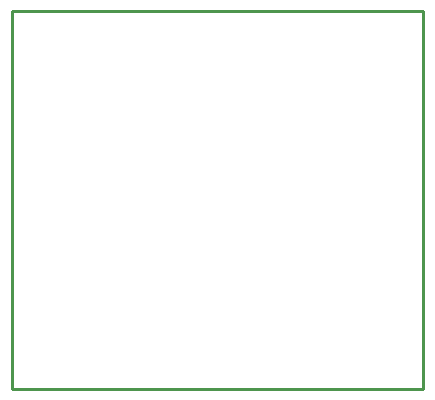
<source format=gko>
G04 Layer_Color=16711935*
%FSLAX25Y25*%
%MOIN*%
G70*
G01*
G75*
%ADD26C,0.01000*%
D26*
X147500Y341500D02*
Y467500D01*
Y341500D02*
X284500D01*
X172125Y467500D02*
X256375D01*
X147500D02*
X172125D01*
X256375D02*
X284500D01*
Y341500D02*
Y467500D01*
M02*

</source>
